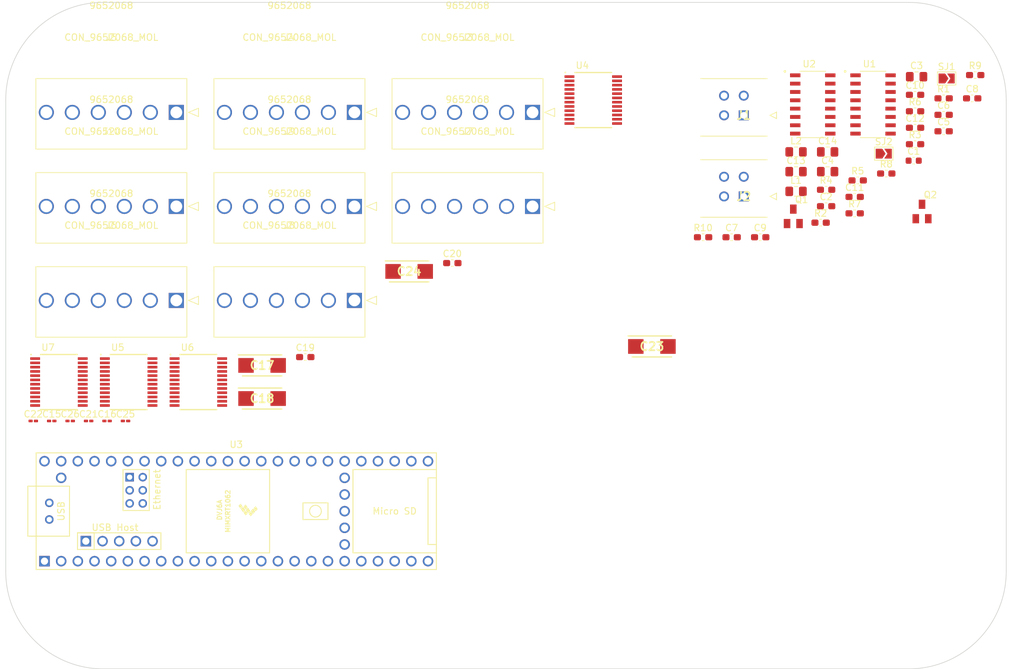
<source format=kicad_pcb>
(kicad_pcb (version 20211014) (generator pcbnew)
  (layers (0 "F.Cu" signal) (31 "B.Cu" signal) (34 "B.Paste" user) (35 "F.Paste" user) (36 "B.SilkS" user "B.Silkscreen") (37 "F.SilkS" user "F.Silkscreen") (38 "B.Mask" user) (39 "F.Mask" user) (44 "Edge.Cuts" user))
  (net 0 "")
  (net 1 "/LoadCells/AVDD")
  (net 2 "GND")
  (net 3 "Net-(C5-Pad1)")
  (net 4 "Net-(C5-Pad2)")
  (net 5 "Net-(C6-Pad2)")
  (net 6 "Net-(C7-Pad1)")
  (net 7 "Net-(C7-Pad2)")
  (net 8 "Net-(C8-Pad2)")
  (net 9 "+3.3V")
  (net 10 "+12V")
  (net 11 "/LoadCells/A-")
  (net 12 "/LoadCells/A+")
  (net 13 "/MotorDrivers/A02")
  (net 14 "/MotorDrivers/A01")
  (net 15 "M1_OUT2")
  (net 16 "M1_OUT1")
  (net 17 "/MotorDrivers/B02")
  (net 18 "/MotorDrivers/B01")
  (net 19 "M2_OUT2")
  (net 20 "M2_OUT1")
  (net 21 "M5_OUT2")
  (net 22 "M5_OUT1")
  (net 23 "M6_OUT2")
  (net 24 "M6_OUT1")
  (net 25 "M3_OUT2")
  (net 26 "M3_OUT1")
  (net 27 "M4_OUT2")
  (net 28 "M4_OUT1")
  (net 29 "M7_OUT2")
  (net 30 "M7_OUT1")
  (net 31 "M8_OUT2")
  (net 32 "M8_OUT1")
  (net 33 "Net-(L1-Pad2)")
  (net 34 "Net-(L2-Pad2)")
  (net 35 "Net-(R1-Pad1)")
  (net 36 "Net-(R5-Pad1)")
  (net 37 "Net-(R9-Pad1)")
  (net 38 "Net-(R10-Pad1)")
  (net 41 "L1_SCK")
  (net 42 "L1_DAT")
  (net 52 "M2_PWM")
  (net 53 "M2_CTL1")
  (net 54 "M2_CTL2")
  (net 55 "M1_CTL2")
  (net 56 "M1_CTL1")
  (net 57 "M1_PWM")
  (net 68 "Net-(Q1-PadB)")
  (net 69 "Net-(Q2-PadB)")
  (footprint "Capacitor_SMD:C_0805_2012Metric_Pad1.18x1.45mm_HandSolder" (layer "F.Cu") (at 209.267 56.572)
    (fp_text reference "C14" (at 0 -1.68) (layer "F.SilkS"))
    (fp_text value "10uF")
    (pad "1" smd roundrect (at -1.0375 0) (size 1.175 1.45) (layers "F.Cu" "F.Paste" "F.Mask") (roundrect_rratio 0.212766) (net 9 "+3.3V"))
    (pad "2" smd roundrect (at 1.0375 0) (size 1.175 1.45) (layers "F.Cu" "F.Paste" "F.Mask") (roundrect_rratio 0.212766) (net 2 "GND"))
  )
  (footprint "Capacitor_SMD:C_0603_1608Metric_Pad1.08x0.95mm_HandSolder" (layer "F.Cu") (at 222.587 47.872)
    (fp_text reference "C10" (at 0 -1.43) (layer "F.SilkS"))
    (fp_text value "0.1uF")
    (pad "1" smd roundrect (at -0.8625 0) (size 1.075 0.95) (layers "F.Cu" "F.Paste" "F.Mask") (net 9 "+3.3V"))
    (pad "2" smd roundrect (at 0.8625 0) (size 1.075 0.95) (layers "F.Cu" "F.Paste" "F.Mask") (net 2 "GND"))
  )
  (footprint "Capacitor_SMD:C_0603_1608Metric_Pad1.08x0.95mm_HandSolder" (layer "F.Cu") (at 231.287 48.412)
    (fp_text reference "C8" (at 0 -1.43) (layer "F.SilkS"))
    (fp_text value "0.1uF")
    (pad "1" smd roundrect (at -0.8625 0) (size 1.075 0.95) (layers "F.Cu" "F.Paste" "F.Mask") (net 2 "GND"))
    (pad "2" smd roundrect (at 0.8625 0) (size 1.075 0.95) (layers "F.Cu" "F.Paste" "F.Mask") (net 8 "Net-(C8-Pad2)"))
  )
  (footprint "Capacitor_SMD:C_0603_1608Metric_Pad1.08x0.95mm_HandSolder" (layer "F.Cu") (at 209.037 64.852)
    (fp_text reference "C2" (at 0 -1.43) (layer "F.SilkS"))
    (fp_text value "0.1uF")
    (pad "1" smd roundrect (at -0.8625 0) (size 1.075 0.95) (layers "F.Cu" "F.Paste" "F.Mask") (net 1 "/LoadCells/AVDD"))
    (pad "2" smd roundrect (at 0.8625 0) (size 1.075 0.95) (layers "F.Cu" "F.Paste" "F.Mask") (net 2 "GND"))
  )
  (footprint "Capacitor_SMD:C_0603_1608Metric_Pad1.08x0.95mm_HandSolder" (layer "F.Cu") (at 226.937 53.432)
    (fp_text reference "C5" (at 0 -1.43) (layer "F.SilkS"))
    (fp_text value "0.1uF")
    (pad "1" smd roundrect (at -0.8625 0) (size 1.075 0.95) (layers "F.Cu" "F.Paste" "F.Mask") (net 3 "Net-(C5-Pad1)"))
    (pad "2" smd roundrect (at 0.8625 0) (size 1.075 0.95) (layers "F.Cu" "F.Paste" "F.Mask") (net 4 "Net-(C5-Pad2)"))
  )
  (footprint "tapebot:CAPPM6032X280N" (layer "F.Cu") (at 123.122 94.172)
    (fp_text reference "C18" (at 0 0) (layer "F.SilkS") (effects (font (size 1.27 1.27) (thickness 0.254))))
    (fp_text value "10uF" hide)
    (pad "A" smd rect (at -2.45 0 90) (size 2.25 2.35) (layers "F.Cu" "F.Paste" "F.Mask") (net 10 "+12V"))
    (pad "C" smd rect (at 2.45 0 90) (size 2.25 2.35) (layers "F.Cu" "F.Paste" "F.Mask") (net 2 "GND"))
  )
  (footprint "tapebot:9652068" (layer "F.Cu") (at 164.316974 50.552)
    (fp_text reference "J3" (at -9.9 -11.43) (layer "F.SilkS"))
    (fp_text value "CON_9652068_MOL" (at -9.9 -11.43) (layer "F.SilkS"))
    (fp_text user "9652068" (at -9.9 -16.285001) (layer "F.SilkS"))
    (fp_text user "*" (at 0 0) (layer "F.SilkS"))
    (pad "1" thru_hole rect (at 0 0) (size 2.3 2.3) (drill 1.8) (layers *.Cu *.Mask) (net 2 "GND"))
    (pad "2" thru_hole circle (at -3.96 0) (size 2.3 2.3) (drill 1.8) (layers *.Cu *.Mask) (net 13 "/MotorDrivers/A02"))
    (pad "3" thru_hole circle (at -7.919999 0) (size 2.3 2.3) (drill 1.8) (layers *.Cu *.Mask) (net 14 "/MotorDrivers/A01"))
    (pad "4" thru_hole circle (at -11.879999 0) (size 2.3 2.3) (drill 1.8) (layers *.Cu *.Mask) (net 15 "M1_OUT2"))
    (pad "5" thru_hole circle (at -15.839999 0) (size 2.3 2.3) (drill 1.8) (layers *.Cu *.Mask) (net 16 "M1_OUT1"))
    (pad "6" thru_hole circle (at -19.799998 0) (size 2.3 2.3) (drill 1.8) (layers *.Cu *.Mask) (net 9 "+3.3V"))
  )
  (footprint "teensy:Teensy41" (layer "F.Cu") (at 119.187 111.342)
    (fp_text reference "U3" (at 0 -10.16) (layer "F.SilkS"))
    (fp_text value "Teensy4.1")
    (fp_text user "Micro SD" (at 24.13 0) (layer "F.SilkS"))
    (fp_text user "USB Host" (at -18.4658 2.4892) (layer "F.SilkS"))
    (fp_text user "DVJ6A" (at -2.54 -0.18 -90) (layer "F.SilkS") (effects (font (size 0.7 0.7))))
    (fp_text user "MIMXRT1062" (at -1.27 0 -90) (layer "F.SilkS") (effects (font (size 0.7 0.7))))
    (fp_text user "Ethernet" (at -12.065 -3.2766 90) (layer "F.SilkS"))
    (fp_text user "USB" (at -26.67 0 270) (layer "F.SilkS"))
    (pad "1" thru_hole rect (at -29.21 7.62) (size 1.6 1.6) (drill 1.1) (layers *.Cu *.Mask) (net 2 "GND"))
    (pad "2" thru_hole circle (at -26.67 7.62) (size 1.6 1.6) (drill 1.1) (layers *.Cu *.Mask) (net 53 "M2_CTL1"))
    (pad "3" thru_hole circle (at -24.13 7.62) (size 1.6 1.6) (drill 1.1) (layers *.Cu *.Mask) (net 15 "M1_OUT2"))
    (pad "4" thru_hole circle (at -21.59 7.62) (size 1.6 1.6) (drill 1.1) (layers *.Cu *.Mask) (net 16 "M1_OUT1"))
    (pad "5" thru_hole circle (at -19.05 7.62) (size 1.6 1.6) (drill 1.1) (layers *.Cu *.Mask) (net 54 "M2_CTL2"))
    (pad "6" thru_hole circle (at -16.51 7.62) (size 1.6 1.6) (drill 1.1) (layers *.Cu *.Mask) (net 55 "M1_CTL2"))
    (pad "7" thru_hole circle (at -13.97 7.62) (size 1.6 1.6) (drill 1.1) (layers *.Cu *.Mask) (net 56 "M1_CTL1"))
    (pad "8" thru_hole circle (at -11.43 7.62) (size 1.6 1.6) (drill 1.1) (layers *.Cu *.Mask) (net 57 "M1_PWM"))
    (pad "9" thru_hole circle (at -8.89 7.62) (size 1.6 1.6) (drill 1.1) (layers *.Cu *.Mask) (net 57 "M1_PWM"))
    (pad "10" thru_hole circle (at -6.35 7.62) (size 1.6 1.6) (drill 1.1) (layers *.Cu *.Mask) (net 55 "M1_CTL2"))
    (pad "11" thru_hole circle (at -3.81 7.62) (size 1.6 1.6) (drill 1.1) (layers *.Cu *.Mask) (net 56 "M1_CTL1"))
    (pad "12" thru_hole circle (at -1.27 7.62) (size 1.6 1.6) (drill 1.1) (layers *.Cu *.Mask) (net 52 "M2_PWM"))
    (pad "13" thru_hole circle (at 1.27 7.62) (size 1.6 1.6) (drill 1.1) (layers *.Cu *.Mask) (net 53 "M2_CTL1"))
    (pad "14" thru_hole circle (at 3.81 7.62) (size 1.6 1.6) (drill 1.1) (layers *.Cu *.Mask) (net 54 "M2_CTL2"))
    (pad "15" thru_hole circle (at 6.35 7.62) (size 1.6 1.6) (drill 1.1) (layers *.Cu *.Mask) (net 9 "+3.3V"))
    (pad "16" thru_hole circle (at 8.89 7.62) (size 1.6 1.6) (drill 1.1) (layers *.Cu *.Mask) (net 41 "L1_SCK"))
    (pad "17" thru_hole circle (at 11.43 7.62) (size 1.6 1.6) (drill 1.1) (layers *.Cu *.Mask) (net 21 "M5_OUT2"))
    (pad "18" thru_hole circle (at 13.97 7.62) (size 1.6 1.6) (drill 1.1) (layers *.Cu *.Mask) (net 22 "M5_OUT1"))
    (pad "19" thru_hole circle (at 16.51 7.62) (size 1.6 1.6) (drill 1.1) (layers *.Cu *.Mask) (net 55 "M1_CTL2"))
    (pad "20" thru_hole circle (at 19.05 7.62) (size 1.6 1.6) (drill 1.1) (layers *.Cu *.Mask) (net 56 "M1_CTL1"))
    (pad "21" thru_hole circle (at 21.59 7.62) (size 1.6 1.6) (drill 1.1) (layers *.Cu *.Mask) (net 57 "M1_PWM"))
    (pad "22" thru_hole circle (at 24.13 7.62) (size 1.6 1.6) (drill 1.1) (layers *.Cu *.Mask) (net 29 "M7_OUT2"))
    (pad "23" thru_hole circle (at 26.67 7.62) (size 1.6 1.6) (drill 1.1) (layers *.Cu *.Mask) (net 30 "M7_OUT1"))
    (pad "24" thru_hole circle (at 29.21 7.62) (size 1.6 1.6) (drill 1.1) (layers *.Cu *.Mask) (net 23 "M6_OUT2"))
    (pad "25" thru_hole circle (at 29.21 -7.62) (size 1.6 1.6) (drill 1.1) (layers *.Cu *.Mask) (net 24 "M6_OUT1"))
    (pad "26" thru_hole circle (at 26.67 -7.62) (size 1.6 1.6) (drill 1.1) (layers *.Cu *.Mask) (net 55 "M1_CTL2"))
    (pad "27" thru_hole circle (at 24.13 -7.62) (size 1.6 1.6) (drill 1.1) (layers *.Cu *.Mask) (net 56 "M1_CTL1"))
    (pad "28" thru_hole circle (at 21.59 -7.62) (size 1.6 1.6) (drill 1.1) (layers *.Cu *.Mask) (net 57 "M1_PWM"))
    (pad "29" thru_hole circle (at 19.05 -7.62) (size 1.6 1.6) (drill 1.1) (layers *.Cu *.Mask) (net 52 "M2_PWM"))
    (pad "30" thru_hole circle (at 16.51 -7.62) (size 1.6 1.6) (drill 1.1) (layers *.Cu *.Mask) (net 53 "M2_CTL1"))
    (pad "31" thru_hole circle (at 13.97 -7.62) (size 1.6 1.6) (drill 1.1) (layers *.Cu *.Mask) (net 54 "M2_CTL2"))
    (pad "32" thru_hole circle (at 11.43 -7.62) (size 1.6 1.6) (drill 1.1) (layers *.Cu *.Mask) (net 42 "L1_DAT"))
    (pad "33" thru_hole circle (at 8.89 -7.62) (size 1.6 1.6) (drill 1.1) (layers *.Cu *.Mask) (net 41 "L1_SCK"))
    (pad "34" thru_hole circle (at 6.35 -7.62) (size 1.6 1.6) (drill 1.1) (layers *.Cu *.Mask) (net 2 "GND"))
    (pad "35" thru_hole circle (at 3.81 -7.62) (size 1.6 1.6) (drill 1.1) (layers *.Cu *.Mask) (net 52 "M2_PWM"))
    (pad "36" thru_hole circle (at 1.27 -7.62) (size 1.6 1.6) (drill 1.1) (layers *.Cu *.Mask) (net 20 "M2_OUT1"))
    (pad "37" thru_hole circle (at -1.27 -7.62) (size 1.6 1.6) (drill 1.1) (layers *.Cu *.Mask) (net 19 "M2_OUT2"))
    (pad "38" thru_hole circle (at -3.81 -7.62) (size 1.6 1.6) (drill 1.1) (layers *.Cu *.Mask) (net 42 "L1_DAT"))
    (pad "39" thru_hole circle (at -6.35 -7.62) (size 1.6 1.6) (drill 1.1) (layers *.Cu *.Mask) (net 54 "M2_CTL2"))
    (pad "40" thru_hole circle (at -8.89 -7.62) (size 1.6 1.6) (drill 1.1) (layers *.Cu *.Mask) (net 53 "M2_CTL1"))
    (pad "41" thru_hole circle (at -11.43 -7.62) (size 1.6 1.6) (drill 1.1) (layers *.Cu *.Mask) (net 52 "M2_PWM"))
    (pad "42" thru_hole circle (at -13.97 -7.62) (size 1.6 1.6) (drill 1.1) (layers *.Cu *.Mask) (net 27 "M4_OUT2"))
    (pad "43" thru_hole circle (at -16.51 -7.62) (size 1.6 1.6) (drill 1.1) (layers *.Cu *.Mask) (net 28 "M4_OUT1"))
    (pad "44" thru_hole circle (at -19.05 -7.62) (size 1.6 1.6) (drill 1.1) (layers *.Cu *.Mask) (net 26 "M3_OUT1"))
    (pad "45" thru_hole circle (at -21.59 -7.62) (size 1.6 1.6) (drill 1.1) (layers *.Cu *.Mask) (net 25 "M3_OUT2"))
    (pad "46" thru_hole circle (at -24.13 -7.62) (size 1.6 1.6) (drill 1.1) (layers *.Cu *.Mask) (net 9 "+3.3V"))
    (pad "47" thru_hole circle (at -26.67 -7.62) (size 1.6 1.6) (drill 1.1) (layers *.Cu *.Mask) (net 2 "GND"))
    (pad "48" thru_hole circle (at -29.21 -7.62) (size 1.6 1.6) (drill 1.1) (layers *.Cu *.Mask))
    (pad "49" thru_hole circle (at -26.67 -5.08) (size 1.6 1.6) (drill 1.1) (layers *.Cu *.Mask))
    (pad "50" thru_hole circle (at 16.51 5.08) (size 1.6 1.6) (drill 1.1) (layers *.Cu *.Mask))
    (pad "51" thru_hole circle (at 16.51 2.54) (size 1.6 1.6) (drill 1.1) (layers *.Cu *.Mask) (net 9 "+3.3V"))
    (pad "52" thru_hole circle (at 16.51 0) (size 1.6 1.6) (drill 1.1) (layers *.Cu *.Mask) (net 2 "GND"))
    (pad "53" thru_hole circle (at 16.51 -2.54) (size 1.6 1.6) (drill 1.1) (layers *.Cu *.Mask))
    (pad "54" thru_hole circle (at 16.51 -5.08) (size 1.6 1.6) (drill 1.1) (layers *.Cu *.Mask))
    (pad "55" thru_hole rect (at -22.9108 4.5692) (size 1.6 1.6) (drill 1.1) (layers *.Cu *.Mask))
    (pad "56" thru_hole circle (at -20.3708 4.5692) (size 1.6 1.6) (drill 1.1) (layers *.Cu *.Mask))
    (pad "57" thru_hole circle (at -17.8308 4.5692) (size 1.6 1.6) (drill 1.1) (layers *.Cu *.Mask))
    (pad "58" thru_hole circle (at -15.2908 4.5692) (size 1.6 1.6) (drill 1.1) (layers *.Cu *.Mask) (net 2 "GND"))
    (pad "59" thru_hole circle (at -12.7508 4.5692) (size 1.6 1.6) (drill 1.1) (layers *.Cu *.Mask) (net 2 "GND"))
    (pad "60" thru_hole rect (at -16.24 -5.1816) (size 1.3 1.3) (drill 0.8) (layers *.Cu *.Mask))
    (pad "61" thru_hole circle (at -16.24 -3.1816) (size 1.3 1.3) (drill 0.8) (layers *.Cu *.Mask))
    (pad "62" thru_hole circle (at -16.24 -1.1816) (size 1.3 1.3) (drill 0.8) (layers *.Cu *.Mask))
    (pad "63" thru_hole circle (at -14.24 -1.1816) (size 1.3 1.3) (drill 0.8) (layers *.Cu *.Mask))
    (pad "64" thru_hole circle (at -14.24 -3.1816) (size 1.3 1.3) (drill 0.8) (layers *.Cu *.Mask) (net 2 "GND"))
    (pad "65" thru_hole circle (at -14.24 -5.1816) (size 1.3 1.3) (drill 0.8) (layers *.Cu *.Mask))
    (pad "66" thru_hole circle (at -28.48 -1.27) (size 1.3 1.3) (drill 0.8) (layers *.Cu *.Mask))
    (pad "67" thru_hole circle (at -28.48 1.27) (size 1.3 1.3) (drill 0.8) (layers *.Cu *.Mask))
  )
  (footprint "Capacitor_SMD:C_0603_1608Metric_Pad1.08x0.95mm_HandSolder" (layer "F.Cu") (at 213.387 63.432)
    (fp_text reference "C11" (at 0 -1.43) (layer "F.SilkS"))
    (fp_text value "0.1uF")
    (pad "1" smd roundrect (at -0.8625 0) (size 1.075 0.95) (layers "F.Cu" "F.Paste" "F.Mask") (net 9 "+3.3V"))
    (pad "2" smd roundrect (at 0.8625 0) (size 1.075 0.95) (layers "F.Cu" "F.Paste" "F.Mask") (net 2 "GND"))
  )
  (footprint "Capacitor_SMD:C_0201_0603Metric_Pad0.64x0.40mm_HandSolder" (layer "F.Cu") (at 93.887 97.592)
    (fp_text reference "C26" (at 0 -1.05) (layer "F.SilkS"))
    (fp_text value "0.1uF")
    (pad "1" smd roundrect (at -0.4075 0) (size 0.635 0.4) (layers "F.Cu" "F.Mask") (net 9 "+3.3V"))
    (pad "2" smd roundrect (at 0.4075 0) (size 0.635 0.4) (layers "F.Cu" "F.Mask") (net 2 "GND"))
  )
  (footprint "tapebot:9652068" (layer "F.Cu") (at 164.316974 64.882)
    (fp_text reference "J7" (at -9.9 -11.43) (layer "F.SilkS"))
    (fp_text value "CON_9652068_MOL" (at -9.9 -11.43) (layer "F.SilkS"))
    (fp_text user "9652068" (at -9.9 -16.285001) (layer "F.SilkS"))
    (fp_text user "*" (at 0 0) (layer "F.SilkS"))
    (pad "1" thru_hole rect (at 0 0) (size 2.3 2.3) (drill 1.8) (layers *.Cu *.Mask) (net 2 "GND"))
    (pad "2" thru_hole circle (at -3.96 0) (size 2.3 2.3) (drill 1.8) (layers *.Cu *.Mask) (net 13 "/MotorDrivers/A02"))
    (pad "3" thru_hole circle (at -7.919999 0) (size 2.3 2.3) (drill 1.8) (layers *.Cu *.Mask) (net 14 "/MotorDrivers/A01"))
    (pad "4" thru_hole circle (at -11.879999 0) (size 2.3 2.3) (drill 1.8) (layers *.Cu *.Mask) (net 25 "M3_OUT2"))
    (pad "5" thru_hole circle (at -15.839999 0) (size 2.3 2.3) (drill 1.8) (layers *.Cu *.Mask) (net 26 "M3_OUT1"))
    (pad "6" thru_hole circle (at -19.799998 0) (size 2.3 2.3) (drill 1.8) (layers *.Cu *.Mask) (net 9 "+3.3V"))
  )
  (footprint "Capacitor_SMD:C_0603_1608Metric_Pad1.08x0.95mm_HandSolder" (layer "F.Cu") (at 190.297 69.582)
    (fp_text reference "R10" (at 0 -1.43) (layer "F.SilkS"))
    (fp_text value "10K")
    (pad "1" smd roundrect (at -0.8625 0) (size 1.075 0.95) (layers "F.Cu" "F.Paste" "F.Mask") (net 38 "Net-(R10-Pad1)"))
    (pad "2" smd roundrect (at 0.8625 0) (size 1.075 0.95) (layers "F.Cu" "F.Paste" "F.Mask") (net 9 "+3.3V"))
  )
  (footprint "tapebot:SOP127P600X180-16N" (layer "F.Cu") (at 207.002 49.342)
    (fp_text reference "U2" (at -0.535 -6.172) (layer "F.SilkS"))
    (fp_text value "HX711HX711")
    (pad "1" smd roundrect (at -2.67 -4.445) (size 1.58 0.59) (layers "F.Cu" "F.Paste" "F.Mask") (roundrect_rratio 0.07) (net 9 "+3.3V"))
    (pad "2" smd roundrect (at -2.67 -3.175) (size 1.58 0.59) (layers "F.Cu" "F.Paste" "F.Mask") (roundrect_rratio 0.07) (net 69 "Net-(Q2-PadB)"))
    (pad "3" smd roundrect (at -2.67 -1.905) (size 1.58 0.59) (layers "F.Cu" "F.Paste" "F.Mask") (roundrect_rratio 0.07) (net 34 "Net-(L2-Pad2)"))
    (pad "4" smd roundrect (at -2.67 -0.635) (size 1.58 0.59) (layers "F.Cu" "F.Paste" "F.Mask") (roundrect_rratio 0.07) (net 36 "Net-(R5-Pad1)"))
    (pad "5" smd roundrect (at -2.67 0.635) (size 1.58 0.59) (layers "F.Cu" "F.Paste" "F.Mask") (roundrect_rratio 0.07) (net 2 "GND"))
    (pad "6" smd roundrect (at -2.67 1.905) (size 1.58 0.59) (layers "F.Cu" "F.Paste" "F.Mask") (roundrect_rratio 0.07) (net 8 "Net-(C8-Pad2)"))
    (pad "7" smd roundrect (at -2.67 3.175) (size 1.58 0.59) (layers "F.Cu" "F.Paste" "F.Mask") (roundrect_rratio 0.07) (net 6 "Net-(C7-Pad1)"))
    (pad "8" smd roundrect (at -2.67 4.445) (size 1.58 0.59) (layers "F.Cu" "F.Paste" "F.Mask") (roundrect_rratio 0.07) (net 7 "Net-(C7-Pad2)"))
    (pad "9" smd roundrect (at 2.67 4.445) (size 1.58 0.59) (layers "F.Cu" "F.Paste" "F.Mask") (roundrect_rratio 0.07))
    (pad "10" smd roundrect (at 2.67 3.175) (size 1.58 0.59) (layers "F.Cu" "F.Paste" "F.Mask") (roundrect_rratio 0.07))
    (pad "11" smd roundrect (at 2.67 1.905) (size 1.58 0.59) (layers "F.Cu" "F.Paste" "F.Mask") (roundrect_rratio 0.07) (net 41 "L1_SCK"))
    (pad "12" smd roundrect (at 2.67 0.635) (size 1.58 0.59) (layers "F.Cu" "F.Paste" "F.Mask") (roundrect_rratio 0.07) (net 42 "L1_DAT"))
    (pad "13" smd roundrect (at 2.67 -0.635) (size 1.58 0.59) (layers "F.Cu" "F.Paste" "F.Mask") (roundrect_rratio 0.07))
    (pad "14" smd roundrect (at 2.67 -1.905) (size 1.58 0.59) (layers "F.Cu" "F.Paste" "F.Mask") (roundrect_rratio 0.07) (net 2 "GND"))
    (pad "15" smd roundrect (at 2.67 -3.175) (size 1.58 0.59) (layers "F.Cu" "F.Paste" "F.Mask") (roundrect_rratio 0.07) (net 38 "Net-(R10-Pad1)"))
    (pad "16" smd roundrect (at 2.67 -4.445) (size 1.58 0.59) (layers "F.Cu" "F.Paste" "F.Mask") (roundrect_rratio 0.07) (net 9 "+3.3V"))
  )
  (footprint "tapebot:9652068" (layer "F.Cu") (at 137.186974 50.552)
    (fp_text reference "J4" (at -9.9 -11.43) (layer "F.SilkS"))
    (fp_text value "CON_9652068_MOL" (at -9.9 -11.43) (layer "F.SilkS"))
    (fp_text user "*" (at 0 0) (layer "F.SilkS"))
    (fp_text user "9652068" (at -9.9 -16.285001) (layer "F.SilkS"))
    (pad "1" thru_hole rect (at 0 0) (size 2.3 2.3) (drill 1.8) (layers *.Cu *.Mask) (net 2 "GND"))
    (pad "2" thru_hole circle (at -3.96 0) (size 2.3 2.3) (drill 1.8) (layers *.Cu *.Mask) (net 17 "/MotorDrivers/B02"))
    (pad "3" thru_hole circle (at -7.919999 0) (size 2.3 2.3) (drill 1.8) (layers *.Cu *.Mask) (net 18 "/MotorDrivers/B01"))
    (pad "4" thru_hole circle (at -11.879999 0) (size 2.3 2.3) (drill 1.8) (layers *.Cu *.Mask) (net 19 "M2_OUT2"))
    (pad "5" thru_hole circle (at -15.839999 0) (size 2.3 2.3) (drill 1.8) (layers *.Cu *.Mask) (net 20 "M2_OUT1"))
    (pad "6" thru_hole circle (at -19.799998 0) (size 2.3 2.3) (drill 1.8) (layers *.Cu *.Mask) (net 9 "+3.3V"))
  )
  (footprint "tapebot:9652068" (layer "F.Cu") (at 110.056974 79.212)
    (fp_text reference "J6" (at -9.9 -11.43) (layer "F.SilkS"))
    (fp_text value "CON_9652068_MOL" (at -9.9 -11.43) (layer "F.SilkS"))
    (fp_text user "*" (at 0 0) (layer "F.SilkS"))
    (fp_text user "9652068" (at -9.9 -16.285001) (layer "F.SilkS"))
    (pad "1" thru_hole rect (at 0 0) (size 2.3 2.3) (drill 1.8) (layers *.Cu *.Mask) (net 2 "GND"))
    (pad "2" thru_hole circle (at -3.96 0) (size 2.3 2.3) (drill 1.8) (layers *.Cu *.Mask) (net 17 "/MotorDrivers/B02"))
    (pad "3" thru_hole circle (at -7.919999 0) (size 2.3 2.3) (drill 1.8) (layers *.Cu *.Mask) (net 18 "/MotorDrivers/B01"))
    (pad "4" thru_hole circle (at -11.879999 0) (size 2.3 2.3) (drill 1.8) (layers *.Cu *.Mask) (net 23 "M6_OUT2"))
    (pad "5" thru_hole circle (at -15.839999 0) (size 2.3 2.3) (drill 1.8) (layers *.Cu *.Mask) (net 24 "M6_OUT1"))
    (pad "6" thru_hole circle (at -19.799998 0) (size 2.3 2.3) (drill 1.8) (layers *.Cu *.Mask) (net 9 "+3.3V"))
  )
  (footprint "Capacitor_SMD:C_0805_2012Metric_Pad1.18x1.45mm_HandSolder" (layer "F.Cu") (at 222.817 45.112)
    (fp_text reference "C3" (at 0 -1.68) (layer "F.SilkS"))
    (fp_text value "10uF")
    (pad "1" smd roundrect (at -1.0375 0) (size 1.175 1.45) (layers "F.Cu" "F.Paste" "F.Mask") (roundrect_rratio 0.212766) (net 1 "/LoadCells/AVDD"))
    (pad "2" smd roundrect (at 1.0375 0) (size 1.175 1.45) (layers "F.Cu" "F.Paste" "F.Mask") (roundrect_rratio 0.212766) (net 2 "GND"))
  )
  (footprint "tapebot:9652068" (layer "F.Cu") (at 110.056974 64.882)
    (fp_text reference "J10" (at -9.9 -11.43) (layer "F.SilkS"))
    (fp_text value "CON_9652068_MOL" (at -9.9 -11.43) (layer "F.SilkS"))
    (fp_text user "*" (at 0 0) (layer "F.SilkS"))
    (fp_text user "9652068" (at -9.9 -16.285001) (layer "F.SilkS"))
    (pad "1" thru_hole rect (at 0 0) (size 2.3 2.3) (drill 1.8) (layers *.Cu *.Mask) (net 2 "GND"))
    (pad "2" thru_hole circle (at -3.96 0) (size 2.3 2.3) (drill 1.8) (layers *.Cu *.Mask) (net 17 "/MotorDrivers/B02"))
    (pad "3" thru_hole circle (at -7.919999 0) (size 2.3 2.3) (drill 1.8) (layers *.Cu *.Mask) (net 18 "/MotorDrivers/B01"))
    (pad "4" thru_hole circle (at -11.879999 0) (size 2.3 2.3) (drill 1.8) (layers *.Cu *.Mask) (net 31 "M8_OUT2"))
    (pad "5" thru_hole circle (at -15.839999 0) (size 2.3 2.3) (drill 1.8) (layers *.Cu *.Mask) (net 32 "M8_OUT1"))
    (pad "6" thru_hole circle (at -19.799998 0) (size 2.3 2.3) (drill 1.8) (layers *.Cu *.Mask) (net 9 "+3.3V"))
  )
  (footprint "Capacitor_SMD:C_0603_1608Metric_Pad1.08x0.95mm_HandSolder" (layer "F.Cu") (at 213.847 60.922)
    (fp_text reference "R5" (at 0 -1.43) (layer "F.SilkS"))
    (fp_text value "20k")
    (pad "1" smd roundrect (at -0.8625 0) (size 1.075 0.95) (layers "F.Cu" "F.Paste" "F.Mask") (net 36 "Net-(R5-Pad1)"))
    (pad "2" smd roundrect (at 0.8625 0) (size 1.075 0.95) (layers "F.Cu" "F.Paste" "F.Mask") (net 34 "Net-(L2-Pad2)"))
  )
  (footprint "Capacitor_SMD:C_0201_0603Metric_Pad0.64x0.40mm_HandSolder" (layer "F.Cu") (at 96.697 97.592)
    (fp_text reference "C21" (at 0 -1.05) (layer "F.SilkS"))
    (fp_text value "0.1uF")
    (pad "1" smd roundrect (at -0.4075 0) (size 0.635 0.4) (layers "F.Cu" "F.Mask") (net 10 "+12V"))
    (pad "2" smd roundrect (at 0.4075 0) (size 0.635 0.4) (layers "F.Cu" "F.Mask") (net 2 "GND"))
  )
  (footprint "Capacitor_SMD:C_0603_1608Metric_Pad1.08x0.95mm_HandSolder" (layer "F.Cu") (at 222.587 50.382)
    (fp_text reference "R6" (at 0 -1.43) (layer "F.SilkS"))
    (fp_text value "8.2K")
    (pad "1" smd roundrect (at -0.8625 0) (size 1.075 0.95) (layers "F.Cu" "F.Paste" "F.Mask") (net 2 "GND"))
    (pad "2" smd roundrect (at 0.8625 0) (size 1.075 0.95) (layers "F.Cu" "F.Paste" "F.Mask") (net 36 "Net-(R5-Pad1)"))
  )
  (footprint "Capacitor_SMD:C_0603_1608Metric_Pad1.08x0.95mm_HandSolder" (layer "F.Cu") (at 198.997 69.582)
    (fp_text reference "C9" (at 0 -1.43) (layer "F.SilkS"))
    (fp_text value "0.1uF")
    (pad "1" smd roundrect (at -0.8625 0) (size 1.075 0.95) (layers "F.Cu" "F.Paste" "F.Mask") (net 9 "+3.3V"))
    (pad "2" smd roundrect (at 0.8625 0) (size 1.075 0.95) (layers "F.Cu" "F.Paste" "F.Mask") (net 2 "GND"))
  )
  (footprint "Capacitor_SMD:C_0201_0603Metric_Pad0.64x0.40mm_HandSolder" (layer "F.Cu") (at 88.267 97.592)
    (fp_text reference "C22" (at 0 -1.05) (layer "F.SilkS"))
    (fp_text value "0.1uF")
    (pad "1" smd roundrect (at -0.4075 0) (size 0.635 0.4) (layers "F.Cu" "F.Mask") (net 10 "+12V"))
    (pad "2" smd roundrect (at 0.4075 0) (size 0.635 0.4) (layers "F.Cu" "F.Mask") (net 2 "GND"))
  )
  (footprint "Capacitor_SMD:C_0805_2012Metric_Pad1.18x1.45mm_HandSolder" (layer "F.Cu") (at 204.457 59.582)
    (fp_text reference "C13" (at 0 -1.68) (layer "F.SilkS"))
    (fp_text value "10uF")
    (pad "1" smd roundrect (at -1.0375 0) (size 1.175 1.45) (layers "F.Cu" "F.Paste" "F.Mask") (roundrect_rratio 0.212766) (net 9 "+3.3V"))
    (pad "2" smd roundrect (at 1.0375 0) (size 1.175 1.45) (layers "F.Cu" "F.Paste" "F.Mask") (roundrect_rratio 0.212766) (net 2 "GND"))
  )
  (footprint "Capacitor_SMD:C_0603_1608Metric_Pad1.08x0.95mm_HandSolder" (layer "F.Cu") (at 222.587 52.892)
    (fp_text reference "C12" (at 0 -1.43) (layer "F.SilkS"))
    (fp_text value "0.1uF")
    (pad "1" smd roundrect (at -0.8625 0) (size 1.075 0.95) (layers "F.Cu" "F.Paste" "F.Mask") (net 9 "+3.3V"))
    (pad "2" smd roundrect (at 0.8625 0) (size 1.075 0.95) (layers "F.Cu" "F.Paste" "F.Mask") (net 2 "GND"))
  )
  (footprint "tapebot:9652068" (layer "F.Cu") (at 137.186974 64.882)
    (fp_text reference "J9" (at -9.9 -11.43) (layer "F.SilkS"))
    (fp_text value "CON_9652068_MOL" (at -9.9 -11.43) (layer "F.SilkS"))
    (fp_text user "*" (at 0 0) (layer "F.SilkS"))
    (fp_text user "9652068" (at -9.9 -16.285001) (layer "F.SilkS"))
    (pad "1" thru_hole rect (at 0 0) (size 2.3 2.3) (drill 1.8) (layers *.Cu *.Mask) (net 2 "GND"))
    (pad "2" thru_hole circle (at -3.96 0) (size 2.3 2.3) (drill 1.8) (layers *.Cu *.Mask) (net 13 "/MotorDrivers/A02"))
    (pad "3" thru_hole circle (at -7.919999 0) (size 2.3 2.3) (drill 1.8) (layers *.Cu *.Mask) (net 14 "/MotorDrivers/A01"))
    (pad "4" thru_hole circle (at -11.879999 0) (size 2.3 2.3) (drill 1.8) (layers *.Cu *.Mask) (net 29 "M7_OUT2"))
    (pad "5" thru_hole circle (at -15.839999 0) (size 2.3 2.3) (drill 1.8) (layers *.Cu *.Mask) (net 30 "M7_OUT1"))
    (pad "6" thru_hole circle (at -19.799998 0) (size 2.3 2.3) (drill 1.8) (layers *.Cu *.Mask) (net 9 "+3.3V"))
  )
  (footprint "Capacitor_SMD:C_0805_2012Metric_Pad1.18x1.45mm_HandSolder" (layer "F.Cu") (at 209.267 59.582)
    (fp_text reference "C4" (at 0 -1.68) (layer "F.SilkS"))
    (fp_text value "10uF")
    (pad "1" smd roundrect (at -1.0375 0) (size 1.175 1.45) (layers "F.Cu" "F.Paste" "F.Mask") (roundrect_rratio 0.212766) (net 1 "/LoadCells/AVDD"))
    (pad "2" smd roundrect (at 1.0375 0) (size 1.175 1.45) (layers "F.Cu" "F.Paste" "F.Mask") (roundrect_rratio 0.212766) (net 2 "GND"))
  )
  (footprint "Capacitor_SMD:C_0603_1608Metric_Pad1.08x0.95mm_HandSolder" (layer "F.Cu") (at 129.697 87.852)
    (fp_text reference "C19" (at 0 -1.43) (layer "F.SilkS"))
    (fp_text value "0.1uF")
    (pad "1" smd roundrect (at -0.8625 0) (size 1.075 0.95) (layers "F.Cu" "F.Paste" "F.Mask") (net 9 "+3.3V"))
    (pad "2" smd roundrect (at 0.8625 0) (size 1.075 0.95) (layers "F.Cu" "F.Paste" "F.Mask") (net 2 "GND"))
  )
  (footprint "tapebot:43045-04YY_121314" (layer "F.Cu") (at 196.492 63.362)
    (fp_text reference "J2" (at 0 0) (layer "F.SilkS") (effects (font (size 1.27 1.27) (thickness 0.254))))
    (fp_text value "43045-0412" hide)
    (pad "" np_thru_hole circle (at -6 -3.94) (size 1.02 1.02) (drill 1.02) (layers *.Cu *.Mask))
    (pad "" np_thru_hole circle (at 3 -3.94) (size 1.02 1.02) (drill 1.02) (layers *.Cu *.Mask))
    (pad "1" thru_hole rect (at 0 0) (size 1.52 1.52) (drill 1.02) (layers *.Cu *.Mask) (net 1 "/LoadCells/AVDD"))
    (pad "2" thru_hole circle (at -3 0) (size 1.52 1.52) (drill 1.02) (layers *.Cu *.Mask) (net 11 "/LoadCells/A-"))
    (pad "3" thru_hole circle (at 0 -3) (size 1.52 1.52) (drill 1.02) (layers *.Cu *.Mask) (net 2 "GND"))
    (pad "4" thru_hole circle (at -3 -3) (size 1.52 1.52) (drill 1.02) (layers *.Cu *.Mask) (net 12 "/LoadCells/A+"))
  )
  (footprint "tapebot:SOP65P760X160-24N" (layer "F.Cu") (at 92.1755 91.6605)
    (fp_text reference "U7" (at -1.657975 -5.270745) (layer "F.SilkS") (effects (font (size 1.00185 1.00185))))
    (fp_text value "TB6612FNG")
    (pad "1" smd rect (at -3.625 -3.575 270) (size 0.4 1.5) (layers "F.Cu" "F.Paste" "F.Mask") (net 14 "/MotorDrivers/A01"))
    (pad "2" smd rect (at -3.625 -2.925 270) (size 0.4 1.5) (layers "F.Cu" "F.Paste" "F.Mask") (net 14 "/MotorDrivers/A01"))
    (pad "3" smd rect (at -3.625 -2.275 270) (size 0.4 1.5) (layers "F.Cu" "F.Paste" "F.Mask") (net 2 "GND"))
    (pad "4" smd rect (at -3.625 -1.625 270) (size 0.4 1.5) (layers "F.Cu" "F.Paste" "F.Mask") (net 2 "GND"))
    (pad "5" smd rect (at -3.625 -0.975 270) (size 0.4 1.5) (layers "F.Cu" "F.Paste" "F.Mask") (net 13 "/MotorDrivers/A02"))
    (pad "6" smd rect (at -3.625 -0.325 270) (size 0.4 1.5) (layers "F.Cu" "F.Paste" "F.Mask") (net 13 "/MotorDrivers/A02"))
    (pad "7" smd rect (at -3.625 0.325 270) (size 0.4 1.5) (layers "F.Cu" "F.Paste" "F.Mask") (net 17 "/MotorDrivers/B02"))
    (pad "8" smd rect (at -3.625 0.975 270) (size 0.4 1.5) (layers "F.Cu" "F.Paste" "F.Mask") (net 17 "/MotorDrivers/B02"))
    (pad "9" smd rect (at -3.625 1.625 270) (size 0.4 1.5) (layers "F.Cu" "F.Paste" "F.Mask") (net 2 "GND"))
    (pad "10" smd rect (at -3.625 2.275 270) (size 0.4 1.5) (layers "F.Cu" "F.Paste" "F.Mask") (net 2 "GND"))
    (pad "11" smd rect (at -3.625 2.925 270) (size 0.4 1.5) (layers "F.Cu" "F.Paste" "F.Mask") (net 18 "/MotorDrivers/B01"))
    (pad "12" smd rect (at -3.625 3.575 270) (size 0.4 1.5) (layers "F.Cu" "F.Paste" "F.Mask") (net 18 "/MotorDrivers/B01"))
    (pad "13" smd rect (at 3.625 3.575 270) (size 0.4 1.5) (layers "F.Cu" "F.Paste" "F.Mask") (net 10 "+12V"))
    (pad "14" smd rect (at 3.625 2.925 270) (size 0.4 1.5) (layers "F.Cu" "F.Paste" "F.Mask") (net 10 "+12V"))
    (pad "15" smd rect (at 3.625 2.275 270) (size 0.4 1.5) (layers "F.Cu" "F.Paste" "F.Mask") (net 52 "M2_PWM"))
    (pad "16" smd rect (at 3.625 1.625 270) (size 0.4 1.5) (layers "F.Cu" "F.Paste" "F.Mask") (net 54 "M2_CTL2"))
    (pad "17" smd rect (at 3.625 0.975 270) (size 0.4 1.5) (layers "F.Cu" "F.Paste" "F.Mask") (net 53 "M2_CTL1"))
    (pad "18" smd rect (at 3.625 0.325 270) (size 0.4 1.5) (layers "F.Cu" "F.Paste" "F.Mask") (net 2 "GND"))
    (pad "19" smd rect (at 3.625 -0.325 270) (size 0.4 1.5) (layers "F.Cu" "F.Paste" "F.Mask") (net 9 "+3.3V"))
    (pad "20" smd rect (at 3.625 -0.975 270) (size 0.4 1.5) (layers "F.Cu" "F.Paste" "F.Mask") (net 9 "+3.3V"))
    (pad "21" smd rect (at 3.625 -1.625 270) (size 0.4 1.5) (layers "F.Cu" "F.Paste" "F.Mask") (net 56 "M1_CTL1"))
    (pad "22" smd rect (at 3.625 -2.275 270) (size 0.4 1.5) (layers "F.Cu" "F.Paste" "F.Mask") (net 55 "M1_CTL2"))
    (pad "23" smd rect (at 3.625 -2.925 270) (size 0.4 1.5) (layers "F.Cu" "F.Paste" "F.Mask") (net 57 "M1_PWM"))
    (pad "24" smd rect (at 3.625 -3.575 270) (size 0.4 1.5) (layers "F.Cu" "F.Paste" "F.Mask") (net 10 "+12V"))
  )
  (footprint "tapebot:SOT23-BEC" (layer "F.Cu") (at 223.647 65.659)
    (fp_text reference "Q2" (at 1.271305 -2.542625) (layer "F.SilkS") (effects (font (size 1.001031 1.001031))))
    (fp_text value "MMBT4403")
    (pad "B" smd rect (at -0.95 1.1) (size 1 1.4) (layers "F.Cu" "F.Paste" "F.Mask") (net 69 "Net-(Q2-PadB)"))
    (pad "C" smd rect (at 0 -1.1) (size 1 1.4) (layers "F.Cu" "F.Paste" "F.Mask") (net 34 "Net-(L2-Pad2)"))
    (pad "E" smd rect (at 0.95 1.1) (size 1 1.4) (layers "F.Cu" "F.Paste" "F.Mask") (net 9 "+3.3V"))
  )
  (footprint "tapebot:43045-04YY_121314" (layer "F.Cu") (at 196.492 51.002)
    (fp_text reference "J1" (at 0 0) (layer "F.SilkS") (effects (font (size 1.27 1.27) (thickness 0.254))))
    (fp_text value "43045-0412" hide)
    (pad "" np_thru_hole circle (at -6 -3.94) (size 1.02 1.02) (drill 1.02) (layers *.Cu *.Mask))
    (pad "" np_thru_hole circle (at 3 -3.94) (size 1.02 1.02) (drill 1.02) (layers *.Cu *.Mask))
    (pad "1" thru_hole rect (at 0 0) (size 1.52 1.52) (drill 1.02) (layers *.Cu *.Mask) (net 1 "/LoadCells/AVDD"))
    (pad "2" thru_hole circle (at -3 0) (size 1.52 1.52) (drill 1.02) (layers *.Cu *.Mask) (net 11 "/LoadCells/A-"))
    (pad "3" thru_hole circle (at 0 -3) (size 1.52 1.52) (drill 1.02) (layers *.Cu *.Mask) (net 2 "GND"))
    (pad "4" thru_hole circle (at -3 -3) (size 1.52 1.52) (drill 1.02) (layers *.Cu *.Mask) (net 12 "/LoadCells/A+"))
  )
  (footprint "Capacitor_SMD:C_0603_1608Metric_Pad1.08x0.95mm_HandSolder" (layer "F.Cu") (at 194.647 69.582)
    (fp_text reference "C7" (at 0 -1.43) (layer "F.SilkS"))
    (fp_text value "0.1uF")
    (pad "1" smd roundrect (at -0.8625 0) (size 1.075 0.95) (layers "F.Cu" "F.Paste" "F.Mask") (net 6 "Net-(C7-Pad1)"))
    (pad "2" smd roundrect (at 0.8625 0) (size 1.075 0.95) (layers "F.Cu" "F.Paste" "F.Mask") (net 7 "Net-(C7-Pad2)"))
  )
  (footprint "Capacitor_SMD:C_0603_1608Metric_Pad1.08x0.95mm_HandSolder" (layer "F.Cu") (at 231.747 44.862)
    (fp_text reference "R9" (at 0 -1.43) (layer "F.SilkS"))
    (fp_text value "10K")
    (pad "1" smd roundrect (at -0.8625 0) (size 1.075 0.95) (layers "F.Cu" "F.Paste" "F.Mask") (net 37 "Net-(R9-Pad1)"))
    (pad "2" smd roundrect (at 0.8625 0) (size 1.075 0.95) (layers "F.Cu" "F.Paste" "F.Mask") (net 9 "+3.3V"))
  )
  (footprint "tapebot:SOP127P600X180-16N" (layer "F.Cu") (at 216.182 49.342)
    (fp_text reference "U1" (at -0.535 -6.172) (layer "F.SilkS"))
    (fp_text value "HX711HX711")
    (pad "1" smd roundrect (at -2.67 -4.445) (size 1.58 0.59) (layers "F.Cu" "F.Paste" "F.Mask") (roundrect_rratio 0.07) (net 9 "+3.3V"))
    (pad "2" smd roundrect (at -2.67 -3.175) (size 1.58 0.59) (layers "F.Cu" "F.Paste" "F.Mask") (roundrect_rratio 0.07) (net 68 "Net-(Q1-PadB)"))
    (pad "3" smd roundrect (at -2.67 -1.905) (size 1.58 0.59) (layers "F.Cu" "F.Paste" "F.Mask") (roundrect_rratio 0.07) (net 33 "Net-(L1-Pad2)"))
    (pad "4" smd roundrect (at -2.67 -0.635) (size 1.58 0.59) (layers "F.Cu" "F.Paste" "F.Mask") (roundrect_rratio 0.07) (net 35 "Net-(R1-Pad1)"))
    (pad "5" smd roundrect (at -2.67 0.635) (size 1.58 0.59) (layers "F.Cu" "F.Paste" "F.Mask") (roundrect_rratio 0.07) (net 2 "GND"))
    (pad "6" smd roundrect (at -2.67 1.905) (size 1.58 0.59) (layers "F.Cu" "F.Paste" "F.Mask") (roundrect_rratio 0.07) (net 5 "Net-(C6-Pad2)"))
    (pad "7" smd roundrect (at -2.67 3.175) (size 1.58 0.59) (layers "F.Cu" "F.Paste" "F.Mask") (roundrect_rratio 0.07) (net 3 "Net-(C5-Pad1)"))
    (pad "8" smd roundrect (at -2.67 4.445) (size 1.58 0.59) (layers "F.Cu" "F.Paste" "F.Mask") (roundrect_rratio 0.07) (net 4 "Net-(C5-Pad2)"))
    (pad "9" smd roundrect (at 2.67 4.445) (size 1.58 0.59) (layers "F.Cu" "F.Paste" "F.Mask") (roundrect_rratio 0.07))
    (pad "10" smd roundrect (at 2.67 3.175) (size 1.58 0.59) (layers "F.Cu" "F.Paste" "F.Mask") (roundrect_rratio 0.07))
    (pad "11" smd roundrect (at 2.67 1.905) (size 1.58 0.59) (layers "F.Cu" "F.Paste" "F.Mask") (roundrect_rratio 0.07) (net 41 "L1_SCK"))
    (pad "12" smd roundrect (at 2.67 0.635) (size 1.58 0.59) (layers "F.Cu" "F.Paste" "F.Mask") (roundrect_rratio 0.07) (net 42 "L1_DAT"))
    (pad "13" smd roundrect (at 2.67 -0.635) (size 1.58 0.59) (layers "F.Cu" "F.Paste" "F.Mask") (roundrect_rratio 0.07))
    (pad "14" smd roundrect (at 2.67 -1.905) (size 1.58 0.59) (layers "F.Cu" "F.Paste" "F.Mask") (roundrect_rratio 0.07) (net 2 "GND"))
    (pad "15" smd roundrect (at 2.67 -3.175) (size 1.58 0.59) (layers "F.Cu" "F.Paste" "F.Mask") (roundrect_rratio 0.07) (net 37 "Net-(R9-Pad1)"))
    (pad "16" smd roundrect (at 2.67 -4.445) (size 1.58 0.59) (layers "F.Cu" "F.Paste" "F.Mask") (roundrect_rratio 0.07) (net 9 "+3.3V"))
  )
  (footprint "Capacitor_SMD:C_0603_1608Metric_Pad1.08x0.95mm_HandSolder" (layer "F.Cu") (at 226.937 50.922)
    (fp_text reference "C6" (at 0 -1.43) (layer "F.SilkS"))
    (fp_text value "0.1uF")
    (pad "1" smd roundrect (at -0.8625 0) (size 1.075 0.95) (layers "F.Cu" "F.Paste" "F.Mask") (net 2 "GND"))
    (pad "2" smd roundrect (at 0.8625 0) (size 1.075 0.95) (layers "F.Cu" "F.Paste" "F.Mask") (net 5 "Net-(C6-Pad2)"))
  )
  (footprint "tapebot:SOT23-BEC" (layer "F.Cu") (at 204.0379 66.397)
    (fp_text reference "Q1" (at 1.271305 -2.542625) (layer "F.SilkS") (effects (font (size 1.001031 1.001031))))
    (fp_text value "MMBT4403")
    (pad "B" smd rect (at -0.95 1.1) (size 1 1.4) (layers "F.Cu" "F.Paste" "F.Mask") (net 68 "Net-(Q1-PadB)"))
    (pad "C" smd rect (at 0 -1.1) (size 1 1.4) (layers "F.Cu" "F.Paste" "F.Mask") (net 33 "Net-(L1-Pad2)"))
    (pad "E" smd rect (at 0.95 1.1) (size 1 1.4) (layers "F.Cu" "F.Paste" "F.Mask") (net 9 "+3.3V"))
  )
  (footprint "Jumper:SolderJumper-2_P1.3mm_Open_TrianglePad1.0x1.5mm" (layer "F.Cu") (at 227.397 45.382)
    (fp_text reference "SJ1" (at 0 -1.8) (layer "F.SilkS"))
    (fp_text value "JUMPER-PAD-2-NC_BY_TRACE")
    (pad "1" smd custom (at -0.725 0) (size 0.3 0.3) (layers "F.Cu" "F.Mask") (net 2 "GND") (options (clearance outline) (anchor rect)) (primitives (gr_poly (pts (xy 1 0) (xy 0.5 0.75) (xy -0.5 0.75) (xy -0.5 -0.75) (xy 0.5 -0.75)) (width 0) (fill yes))))
    (pad "2" smd custom (at 0.725 0) (size 0.3 0.3) (layers "F.Cu" "F.Mask") (net 37 "Net-(R9-Pad1)") (options (clearance outline) (anchor rect)) (primitives (gr_poly (pts (xy 0.5 0.75) (xy -0.65 0.75) (xy -0.15 0) (xy -0.65 -0.75) (xy 0.5 -0.75)) (width 0) (fill yes))))
  )
  (footprint "tapebot:SOP65P760X160-24N" (layer "F.Cu") (at 113.4155 91.6605)
    (fp_text reference "U6" (at -1.657975 -5.270745) (layer "F.SilkS") (effects (font (size 1.00185 1.00185))))
    (fp_text value "TB6612FNG")
    (pad "1" smd rect (at -3.625 -3.575 270) (size 0.4 1.5) (layers "F.Cu" "F.Paste" "F.Mask") (net 14 "/MotorDrivers/A01"))
    (pad "2" smd rect (at -3.625 -2.925 270) (size 0.4 1.5) (layers "F.Cu" "F.Paste" "F.Mask") (net 14 "/MotorDrivers/A01"))
    (pad "3" smd rect (at -3.625 -2.275 270) (size 0.4 1.5) (layers "F.Cu" "F.Paste" "F.Mask") (net 2 "GND"))
    (pad "4" smd rect (at -3.625 -1.625 270) (size 0.4 1.5) (layers "F.Cu" "F.Paste" "F.Mask") (net 2 "GND"))
    (pad "5" smd rect (at -3.625 -0.975 270) (size 0.4 1.5) (layers "F.Cu" "F.Paste" "F.Mask") (net 13 "/MotorDrivers/A02"))
    (pad "6" smd rect (at -3.625 -0.325 270) (size 0.4 1.5) (layers "F.Cu" "F.Paste" "F.Mask") (net 13 "/MotorDrivers/A02"))
    (pad "7" smd rect (at -3.625 0.325 270) (size 0.4 1.5) (layers "F.Cu" "F.Paste" "F.Mask") (net 17 "/MotorDrivers/B02"))
    (pad "8" smd rect (at -3.625 0.975 270) (size 0.4 1.5) (layers "F.Cu" "F.Paste" "F.Mask") (net 17 "/MotorDrivers/B02"))
    (pad "9" smd rect (at -3.625 1.625 270) (size 0.4 1.5) (layers "F.Cu" "F.Paste" "F.Mask") (net 2 "GND"))
    (pad "10" smd rect (at -3.625 2.275 270) (size 0.4 1.5) (layers "F.Cu" "F.Paste" "F.Mask") (net 2 "GND"))
    (pad "11" smd rect (at -3.625 2.925 270) (size 0.4 1.5) (layers "F.Cu" "F.Paste" "F.Mask") (net 18 "/MotorDrivers/B01"))
    (pad "12" smd rect (at -3.625 3.575 270) (size 0.4 1.5) (layers "F.Cu" "F.Paste" "F.Mask") (net 18 "/MotorDrivers/B01"))
    (pad "13" smd rect (at 3.625 3.575 270) (size 0.4 1.5) (layers "F.Cu" "F.Paste" "F.Mask") (net 10 "+12V"))
    (pad "14" smd rect (at 3.625 2.925 270) (size 0.4 1.5) (layers "F.Cu" "F.Paste" "F.Mask") (net 10 "+12V"))
    (pad "15" smd rect (at 3.625 2.275 270) (size 0.4 1.5) (layers "F.Cu" "F.Paste" "F.Mask") (net 52 "M2_PWM"))
    (pad "16" smd rect (at 3.625 1.625 270) (size 0.4 1.5) (layers "F.Cu" "F.Paste" "F.Mask") (net 54 "M2_CTL2"))
    (pad "17" smd rect (at 3.625 0.975 270) (size 0.4 1.5) (layers "F.Cu" "F.Paste" "F.Mask") (net 53 "M2_CTL1"))
    (pad "18" smd rect (at 3.625 0.325 270) (size 0.4 1.5) (layers "F.Cu" "F.Paste" "F.Mask") (net 2 "GND"))
    (pad "19" smd rect (at 3.625 -0.325 270) (size 0.4 1.5) (layers "F.Cu" "F.Paste" "F.Mask") (net 9 "+3.3V"))
    (pad "20" smd rect (at 3.625 -0.975 270) (size 0.4 1.5) (layers "F.Cu" "F.Paste" "F.Mask") (net 9 "+3.3V"))
    (pad "21" smd rect (at 3.625 -1.625 270) (size 0.4 1.5) (layers "F.Cu" "F.Paste" "F.Mask") (net 56 "M1_CTL1"))
    (pad "22" smd rect (at 3.625 -2.275 270) (size 0.4 1.5) (layers "F.Cu" "F.Paste" "F.Mask") (net 55 "M1_CTL2"))
    (pad "23" smd rect (at 3.625 -2.925 270) (size 0.4 1.5) (layers "F.Cu" "F.Paste" "F.Mask") (net 57 "M1_PWM"))
    (pad "24" smd rect (at 3.625 -3.575 270) (size 0.4 1.5) (layers "F.Cu" "F.Paste" "F.Mask") (net 10 "+12V"))
  )
  (footprint "tapebot:SOP65P760X160-24N" (layer "F.Cu") (at 173.5655 48.6705)
    (fp_text reference "U4" (at -1.657975 -5.270745) (layer "F.SilkS") (effects (font (size 1.00185 1.00185))))
    (fp_text value "TB6612FNG")
    (pad "1" smd rect (at -3.625 -3.575 270) (size 0.4 1.5) (layers "F.Cu" "F.Paste" "F.Mask") (net 14 "/MotorDrivers/A01"))
    (pad "2" smd rect (at -3.625 -2.925 270) (size 0.4 1.5) (layers "F.Cu" "F.Paste" "F.Mask") (net 14 "/MotorDrivers/A01"))
    (pad "3" smd rect (at -3.625 -2.275 270) (size 0.4 1.5) (layers "F.Cu" "F.Paste" "F.Mask") (net 2 "GND"))
    (pad "4" smd rect (at -3.625 -1.625 270) (size 0.4 1.5) (layers "F.Cu" "F.Paste" "F.Mask") (net 2 "GND"))
    (pad "5" smd rect (at -3.625 -0.975 270) (size 0.4 1.5) (layers "F.Cu" "F.Paste" "F.Mask") (net 13 "/MotorDrivers/A02"))
    (pad "6" smd rect (at -3.625 -0.325 270) (size 0.4 1.5) (layers "F.Cu" "F.Paste" "F.Mask") (net 13 "/MotorDrivers/A02"))
    (pad "7" smd rect (at -3.625 0.325 270) (size 0.4 1.5) (layers "F.Cu" "F.Paste" "F.Mask") (net 17 "/MotorDrivers/B02"))
    (pad "8" smd rect (at -3.625 0.975 270) (size 0.4 1.5) (layers "F.Cu" "F.Paste" "F.Mask") (net 17 "/MotorDrivers/B02"))
    (pad "9" smd rect (at -3.625 1.625 270) (size 0.4 1.5) (layers "F.Cu" "F.Paste" "F.Mask") (net 2 "GND"))
    (pad "10" smd rect (at -3.625 2.275 270) (size 0.4 1.5) (layers "F.Cu" "F.Paste" "F.Mask") (net 2 "GND"))
    (pad "11" smd rect (at -3.625 2.925 270) (size 0.4 1.5) (layers "F.Cu" "F.Paste" "F.Mask") (net 18 "/MotorDrivers/B01"))
    (pad "12" smd rect (at -3.625 3.575 270) (size 0.4 1.5) (layers "F.Cu" "F.Paste" "F.Mask") (net 18 "/MotorDrivers/B01"))
    (pad "13" smd rect (at 3.625 3.575 270) (size 0.4 1.5) (layers "F.Cu" "F.Paste" "F.Mask") (net 10 "+12V"))
    (pad "14" smd rect (at 3.625 2.925 270) (size 0.4 1.5) (layers "F.Cu" "F.Paste" "F.Mask") (net 10 "+12V"))
    (pad "15" smd rect (at 3.625 2.275 270) (size 0.4 1.5) (layers "F.Cu" "F.Paste" "F.Mask") (net 52 "M2_PWM"))
    (pad "16" smd rect (at 3.625 1.625 270) (size 0.4 1.5) (layers "F.Cu" "F.Paste" "F.Mask") (net 54 "M2_CTL2"))
    (pad "17" smd rect (at 3.625 0.975 270) (size 0.4 1.5) (layers "F.Cu" "F.Paste" "F.Mask") (net 53 "M2_CTL1"))
    (pad "18" smd rect (at 3.625 0.325 270) (size 0.4 1.5) (layers "F.Cu" "F.Paste" "F.Mask") (net 2 "GND"))
    (pad "19" smd rect (at 3.625 -0.325 270) (size 0.4 1.5) (layers "F.Cu" "F.Paste" "F.Mask") (net 9 "+3.3V"))
    (pad "20" smd rect (at 3.625 -0.975 270) (size 0.4 1.5) (layers "F.Cu" "F.Paste" "F.Mask") (net 9 "+3.3V"))
    (pad "21" smd rect (at 3.625 -1.625 270) (size 0.4 1.5) (layers "F.Cu" "F.Paste" "F.Mask") (net 56 "M1_CTL1"))
    (pad "22" smd rect (at 3.625 -2.275 270) (size 0.4 1.5) (layers "F.Cu" "F.Paste" "F.Mask") (net 55 "M1_CTL2"))
    (pad "23" smd rect (at 3.625 -2.925 270) (size 0.4 1.5) (layers "F.Cu" "F.Paste" "F.Mask") (net 57 "M1_PWM"))
    (pad "24" smd rect (at 3.625 -3.575 270) (size 0.4 1.5) (layers "F.Cu" "F.Paste" "F.Mask") (net 10 "+12V"))
  )
  (footprint "Capacitor_SMD:C_0603_1608Metric_Pad1.08x0.95mm_HandSolder" (layer "F.Cu") (at 213.387 65.942)
    (fp_text reference "R7" (at 0 -1.43) (layer "F.SilkS"))
    (fp_text value "100")
    (pad "1" smd roundrect (at -0.8625 0) (size 1.075 0.95) (layers "F.Cu" "F.Paste" "F.Mask") (net 11 "/LoadCells/A-"))
    (pad "2" smd roundrect (at 0.8625 0) (size 1.075 0.95) (layers "F.Cu" "F.Paste" "F.Mask") (net 6 "Net-(C7-Pad1)"))
  )
  (footprint "tapebot:CAPPM6032X280N" (layer "F.Cu") (at 123.122 89.122)
    (fp_text reference "C17" (at 0 0) (layer "F.SilkS") (effects (font (size 1.27 1.27) (thickness 0.254))))
    (fp_text value "10uF" hide)
    (pad "A" smd rect (at -2.45 0 90) (size 2.25 2.35) (layers "F.Cu" "F.Paste" "F.Mask") (net 10 "+12V"))
    (pad "C" smd rect (at 2.45 0 90) (size 2.25 2.35) (layers "F.Cu" "F.Paste" "F.Mask") (net 2 "GND"))
  )
  (footprint "tapebot:9652068" (layer "F.Cu") (at 110.056974 50.552)
    (fp_text reference "J5" (at -9.9 -11.43) (layer "F.SilkS"))
    (fp_text value "CON_9652068_MOL" (at -9.9 -11.43) (layer "F.SilkS"))
    (fp_text user "9652068" (at -9.9 -16.285001) (layer "F.SilkS"))
    (fp_text user "*" (at 0 0) (layer "F.SilkS"))
    (pad "1" thru_hole rect (at 0 0) (size 2.3 2.3) (drill 1.8) (layers *.Cu *.Mask) (net 2 "GND"))
    (pad "2" thru_hole circle (at -3.96 0) (size 2.3 2.3) (drill 1.8) (layers *.Cu *.Mask) (net 13 "/MotorDrivers/A02"))
    (pad "3" thru_hole circle (at -7.919999 0) (size 2.3 2.3) (drill 1.8) (layers *.Cu *.Mask) (net 14 "/MotorDrivers/A01"))
    (pad "4" thru_hole circle (at -11.879999 0) (size 2.3 2.3) (drill 1.8) (layers *.Cu *.Mask) (net 21 "M5_OUT2"))
    (pad "5" thru_hole circle (at -15.839999 0) (size 2.3 2.3) (drill 1.8) (layers *.Cu *.Mask) (net 22 "M5_OUT1"))
    (pad "6" thru_hole circle (at -19.799998 0) (size 2.3 2.3) (drill 1.8) (layers *.Cu *.Mask) (net 9 "+3.3V"))
  )
  (footprint "Capacitor_SMD:C_0805_2012Metric_Pad1.18x1.45mm_HandSolder" (layer "F.Cu") (at 204.457 62.592)
    (fp_text reference "L1" (at 0 -1.68) (layer "F.SilkS"))
    (fp_text value "3.3uH")
    (pad "1" smd roundrect (at -1.0375 0) (size 1.175 1.45) (layers "F.Cu" "F.Paste" "F.Mask") (roundrect_rratio 0.212766) (net 1 "/LoadCells/AVDD"))
    (pad "2" smd roundrect (at 1.0375 0) (size 1.175 1.45) (layers "F.Cu" "F.Paste" "F.Mask") (roundrect_rratio 0.212766) (net 33 "Net-(L1-Pad2)"))
  )
  (footprint "tapebot:CAPPM6032X280N" (layer "F.Cu") (at 182.499 86.233)
    (fp_text reference "C23" (at 0 0) (layer "F.SilkS") (effects (font (size 1.27 1.27) (thickness 0.254))))
    (fp_text value "10uF" hide)
    (pad "A" smd rect (at -2.45 0 90) (size 2.25 2.35) (layers "F.Cu" "F.Paste" "F.Mask") (net 10 "+12V"))
    (pad "C" smd rect (at 2.45 0 90) (size 2.25 2.35) (layers "F.Cu" "F.Paste" "F.Mask") (net 2 "GND"))
  )
  (footprint "tapebot:CAPPM6032X280N" (layer "F.Cu") (at 145.522 74.792)
    (fp_text reference "C24" (at 0 0) (layer "F.SilkS") (effects (font (size 1.27 1.27) (thickness 0.254))))
    (fp_text value "10uF" hide)
    (pad "A" smd rect (at -2.45 0 90) (size 2.25 2.35) (layers "F.Cu" "F.Paste" "F.Mask") (net 10 "+12V"))
    (pad "C" smd rect (at 2.45 0 90) (size 2.25 2.35) (layers "F.Cu" "F.Paste" "F.Mask") (net 2 "GND"))
  )
  (footprint "Jumper:SolderJumper-2_P1.3mm_Open_TrianglePad1.0x1.5mm" (layer "F.Cu") (at 217.817 56.842)
    (fp_text reference "SJ2" (at 0 -1.8) (layer "F.SilkS"))
    (fp_text value "JUMPER-PAD-2-NC_BY_TRACE")
    (pad "1" smd custom (at -0.725 0) (size 0.3 0.3) (layers "F.Cu" "F.Mask") (net 2 "GND") (options (clearance outline) (anchor rect)) (primitives (gr_poly (pts (xy 1 0) (xy 0.5 0.75) (xy -0.5 0.75) (xy -0.5 -0.75) (xy 0.5 -0.75)) (width 0) (fill yes))))
    (pad "2" smd custom (at 0.725 0) (size 0.3 0.3) (layers "F.Cu" "F.Mask") (net 38 "Net-(R10-Pad1)") (options (clearance outline) (anchor rect)) (primitives (gr_poly (pts (xy 0.5 0.75) (xy -0.65 0.75) (xy -0.15 0) (xy -0.65 -0.75) (xy 0.5 -0.75)) (width 0) (fill yes))))
  )
  (footprint "Capacitor_SMD:C_0603_1608Metric_Pad1.08x0.95mm_HandSolder" (layer "F.Cu") (at 226.937 48.412)
    (fp_text reference "R1" (at 0 -1.43) (layer "F.SilkS"))
    (fp_text value "20k")
    (pad "1" smd roundrect (at -0.8625 0) (size 1.075 0.95) (layers "F.Cu" "F.Paste" "F.Mask") (net 35 "Net-(R1-Pad1)"))
    (pad "2" smd roundrect (at 0.8625 0) (size 1.075 0.95) (layers "F.Cu" "F.Paste" "F.Mask") (net 33 "Net-(L1-Pad2)"))
  )
  (footprint "Capacitor_SMD:C_0603_1608Metric_Pad1.08x0.95mm_HandSolder" (layer "F.Cu") (at 208.197 67.362)
    (fp_text reference "R2" (at 0 -1.43) (layer "F.SilkS"))
    (fp_text value "8.2K")
    (pad "1" smd roundrect (at -0.8625 0) (size 1.075 0.95) (layers "F.Cu" "F.Paste" "F.Mask") (net 2 "GND"))
    (pad "2" smd roundrect (at 0.8625 0) (size 1.075 0.95) (layers "F.Cu" "F.Paste" "F.Mask") (net 35 "Net-(R1-Pad1)"))
  )
  (footprint "Capacitor_SMD:C_0805_2012Metric_Pad1.18x1.45mm_HandSolder" (layer "F.Cu") (at 204.457 56.572)
    (fp_text reference "L2" (at 0 -1.68) (layer "F.SilkS"))
    (fp_text value "3.3uH")
    (pad "1" smd roundrect (at -1.0375 0) (size 1.175 1.45) (layers "F.Cu" "F.Paste" "F.Mask") (roundrect_rratio 0.212766) (net 1 "/LoadCells/AVDD"))
    (pad "2" smd roundrect (at 1.0375 0) (size 1.175 1.45) (layers "F.Cu" "F.Paste" "F.Mask") (roundrect_rratio 0.212766) (net 34 "Net-(L2-Pad2)"))
  )
  (footprint "Capacitor_SMD:C_0603_1608Metric_Pad1.08x0.95mm_HandSolder" (layer "F.Cu") (at 218.197 59.872)
    (fp_text reference "R8" (at 0 -1.43) (layer "F.SilkS"))
    (fp_text value "100")
    (pad "1" smd roundrect (at -0.8625 0) (size 1.075 0.95) (layers "F.Cu" "F.Paste" "F.Mask") (net 12 "/LoadCells/A+"))
    (pad "2" smd roundrect (at 0.8625 0) (size 1.075 0.95) (layers "F.Cu" "F.Paste" "F.Mask") (net 7 "Net-(C7-Pad2)"))
  )
  (footprint "Capacitor_SMD:C_0603_1608Metric_Pad1.08x0.95mm_HandSolder" (layer "F.Cu") (at 222.587 55.402)
    (fp_text reference "R3" (at 0 -1.43) (layer "F.SilkS"))
    (fp_text value "100")
    (pad "1" smd roundrect (at -0.8625 0) (size 1.075 0.95) (layers "F.Cu" "F.Paste" "F.Mask") (net 11 "/LoadCells/A-"))
    (pad "2" smd roundrect (at 0.8625 0) (size 1.075 0.95) (layers "F.Cu" "F.Paste" "F.Mask") (net 3 "Net-(C5-Pad1)"))
  )
  (footprint "tapebot:SOP65P760X160-24N" (layer "F.Cu") (at 102.7955 91.6605)
    (fp_text reference "U5" (at -1.657975 -5.270745) (layer "F.SilkS") (effects (font (size 1.00185 1.00185))))
    (fp_text value "TB6612FNG")
    (pad "1" smd rect (at -3.625 -3.575 270) (size 0.4 1.5) (layers "F.Cu" "F.Paste" "F.Mask") (net 14 "/MotorDrivers/A01"))
    (pad "2" smd rect (at -3.625 -2.925 270) (size 0.4 1.5) (layers "F.Cu" "F.Paste" "F.Mask") (net 14 "/MotorDrivers/A01"))
    (pad "3" smd rect (at -3.625 -2.275 270) (size 0.4 1.5) (layers "F.Cu" "F.Paste" "F.Mask") (net 2 "GND"))
    (pad "4" smd rect (at -3.625 -1.625 270) (size 0.4 1.5) (layers "F.Cu" "F.Paste" "F.Mask") (net 2 "GND"))
    (pad "5" smd rect (at -3.625 -0.975 270) (size 0.4 1.5) (layers "F.Cu" "F.Paste" "F.Mask") (net 13 "/MotorDrivers/A02"))
    (pad "6" smd rect (at -3.625 -0.325 270) (size 0.4 1.5) (layers "F.Cu" "F.Paste" "F.Mask") (net 13 "/MotorDrivers/A02"))
    (pad "7" smd rect (at -3.625 0.325 270) (size 0.4 1.5) (layers "F.Cu" "F.Paste" "F.Mask") (net 17 "/MotorDrivers/B02"))
    (pad "8" smd rect (at -3.625 0.975 270) (size 0.4 1.5) (layers "F.Cu" "F.Paste" "F.Mask") (net 17 "/MotorDrivers/B02"))
    (pad "9" smd rect (at -3.625 1.625 270) (size 0.4 1.5) (layers "F.Cu" "F.Paste" "F.Mask") (net 2 "GND"))
    (pad "10" smd rect (at -3.625 2.275 270) (size 0.4 1.5) (layers "F.Cu" "F.Paste" "F.Mask") (net 2 "GND"))
    (pad "11" smd rect (at -3.625 2.925 270) (size 0.4 1.5) (layers "F.Cu" "F.Paste" "F.Mask") (net 18 "/MotorDrivers/B01"))
    (pad "12" smd rect (at -3.625 3.575 270) (size 0.4 1.5) (layers "F.Cu" "F.Paste" "F.Mask") (net 18 "/MotorDrivers/B01"))
    (pad "13" smd rect (at 3.625 3.575 270) (size 0.4 1.5) (layers "F.Cu" "F.Paste" "F.Mask") (net 10 "+12V"))
    (pad "14" smd rect (at 3.625 2.925 270) (size 0.4 1.5) (layers "F.Cu" "F.Paste" "F.Mask") (net 10 "+12V"))
    (pad "15" smd rect (at 3.625 2.275 270) (size 0.4 1.5) (layers "F.Cu" "F.Paste" "F.Mask") (net 52 "M2_PWM"))
    (pad "16" smd rect (at 3.625 1.625 270) (size 0.4 1.5) (layers "F.Cu" "F.Paste" "F.Mask") (net 54 "M2_CTL2"))
    (pad "17" smd rect (at 3.625 0.975 270) (size 0.4 1.5) (layers "F.Cu" "F.Paste" "F.Mask") (net 53 "M2_CTL1"))
    (pad "18" smd rect (at 3.625 0.325 270) (size 0.4 1.5) (layers "F.Cu" "F.Paste" "F.Mask") (net 2 "GND"))
    (pad "19" smd rect (at 3.625 -0.325 270) (size 0.4 1.5) (layers "F.Cu" "F.Paste" "F.Mask") (net 9 "+3.3V"))
    (pad "20" smd rect (at 3.625 -0.975 270) (size 0.4 1.5) (layers "F.Cu" "F.Paste" "F.Mask") (net 9 "+3.3V"))
    (pad "21" smd rect (at 3.625 -1.625 270) (size 0.4 1.5) (layers "F.Cu" "F.Paste" "F.Mask") (net 56 "M1_CTL1"))
    (pad "22" smd rect (at 3.625 -2.275 270) (size 0.4 1.5) (layers "F.Cu" "F.Paste" "F.Mask") (net 55 "M1_CTL2"))
    (pad "23" smd rect (at 3.625 -2.925 270) (size 0.4 1.5) (layers "F.Cu" "F.Paste" "F.Mask") (net 57 "M1_PWM"))
    (pad "24" smd rect (at 3.625 -3.575 270) (size 0.4 1.5) (layers "F.Cu" "F.Paste" "F.Mask") (net 10 "+12V"))
  )
  (footprint "tapebot:9652068" (layer "F.Cu") (at 137.186974 79.212)
    (fp_text reference "J8" (at -9.9 -11.43) (layer "F.SilkS"))
    (fp_text value "CON_9652068_MOL" (at -9.9 -11.43) (layer "F.SilkS"))
    (fp_text user "*" (at 0 0) (layer "F.SilkS"))
    (fp_text user "9652068" (at -9.9 -16.285001) (layer "F.SilkS"))
    (pad "1" thru_hole rect (at 0 0) (size 2.3 2.3) (drill 1.8) (layers *.Cu *.Mask) (net 2 "GND"))
    (pad "2" thru_hole circle (at -3.96 0) (size 2.3 2.3) (drill 1.8) (layers *.Cu *.Mask) (net 17 "/MotorDrivers/B02"))
    (pad "3" thru_hole circle (at -7.919999 0) (size 2.3 2.3) (drill 1.8) (layers *.Cu *.Mask) (net 18 "/MotorDrivers/B01"))
    (pad "4" thru_hole circle (at -11.879999 0) (size 2.3 2.3) (drill 1.8) (layers *.Cu *.Mask) (net 27 "M4_OUT2"))
    (pad "5" thru_hole circle (at -15.839999 0) (size 2.3 2.3) (drill 1.8) (layers *.Cu *.Mask) (net 28 "M4_OUT1"))
    (pad "6" thru_hole circle (at -19.799998 0) (size 2.3 2.3) (drill 1.8) (layers *.Cu *.Mask) (net 9 "+3.3V"))
  )
  (footprint "Capacitor_SMD:C_0201_0603Metric_Pad0.64x0.40mm_HandSolder" (layer "F.Cu") (at 102.317 97.592)
    (fp_text reference "C25" (at 0 -1.05) (layer "F.SilkS"))
    (fp_text value "0.1uF")
    (pad "1" smd roundrect (at -0.4075 0) (size 0.635 0.4) (layers "F.Cu" "F.Mask") (net 9 "+3.3V"))
    (pad "2" smd roundrect (at 0.4075 0) (size 0.635 0.4) (layers "F.Cu" "F.Mask") (net 2 "GND"))
  )
  (footprint "Capacitor_SMD:C_0201_0603Metric_Pad0.64x0.40mm_HandSolder" (layer "F.Cu") (at 99.507 97.592)
    (fp_text reference "C16" (at 0 -1.05) (layer "F.SilkS"))
    (fp_text value "0.1uF")
    (pad "1" smd roundrect (at -0.4075 0) (size 0.635 0.4) (layers "F.Cu" "F.Mask") (net 10 "+12V"))
    (pad "2" smd roundrect (at 0.4075 0) (size 0.635 0.4) (layers "F.Cu" "F.Mask") (net 2 "GND"))
  )
  (footprint "Capacitor_SMD:C_0603_1608Metric" (layer "F.Cu") (at 222.377 57.912)
    (fp_text reference "C1" (at 0 -1.43) (layer "F.SilkS"))
    (fp_text value "0.1uF")
    (pad "1" smd roundrect (at -0.775 0) (size 0.9 0.95) (layers "F.Cu" "F.Paste" "F.Mask") (net 1 "/LoadCells/AVDD"))
    (pad "2" smd roundrect (at 0.775 0) (size 0.9 0.95) (layers "F.Cu" "F.Paste" "F.Mask") (net 2 "GND"))
  )
  (footprint "Capacitor_SMD:C_0201_0603Metric_Pad0.64x0.40mm_HandSolder" (layer "F.Cu") (at 91.077 97.592)
    (fp_text reference "C15" (at 0 -1.05) (layer "F.SilkS"))
    (fp_text value "0.1uF")
    (pad "1" smd roundrect (at -0.4075 0) (size 0.635 0.4) (layers "F.Cu" "F.Mask") (net 10 "+12V"))
    (pad "2" smd roundrect (at 0.4075 0) (size 0.635 0.4) (layers "F.Cu" "F.Mask") (net 2 "GND"))
  )
  (footprint "Capacitor_SMD:C_0603_1608Metric_Pad1.08x0.95mm_HandSolder" (layer "F.Cu") (at 209.037 62.342)
    (fp_text reference "R4" (at 0 -1.43) (layer "F.SilkS"))
    (fp_text value "100")
    (pad "1" smd roundrect (at -0.8625 0) (size 1.075 0.95) (layers "F.Cu" "F.Paste" "F.Mask") (net 12 "/LoadCells/A+"))
    (pad "2" smd roundrect (at 0.8625 0) (size 1.075 0.95) (layers "F.Cu" "F.Paste" "F.Mask") (net 4 "Net-(C5-Pad2)"))
  )
  (footprint "Capacitor_SMD:C_0603_1608Metric_Pad1.08x0.95mm_HandSolder" (layer "F.Cu") (at 152.097 73.522)
    (fp_text reference "C20" (at 0 -1.43) (layer "F.SilkS"))
    (fp_text value "0.1uF")
    (pad "1" smd roundrect (at -0.8625 0) (size 1.075 0.95) (layers "F.Cu" "F.Paste" "F.Mask") (net 9 "+3.3V"))
    (pad "2" smd roundrect (at 0.8625 0) (size 1.075 0.95) (layers "F.Cu" "F.Paste" "F.Mask") (net 2 "GND"))
  )
  (gr_line (start 236.474 48.641) (end 236.474 120.523) (layer "Edge.Cuts") (width 0.1))
  (gr_line (start 98.933 135.382) (end 221.615 135.382) (layer "Edge.Cuts") (width 0.1))
  (gr_arc (start 221.615 33.782) (mid 232.1219 38.1341) (end 236.474 48.641) (layer "Edge.Cuts") (width 0.1))
  (gr_arc (start 236.474 120.523) (mid 232.1219 131.0299) (end 221.615 135.382) (layer "Edge.Cuts") (width 0.1))
  (gr_line (start 84.074 48.641) (end 84.074 120.523) (layer "Edge.Cuts") (width 0.1))
  (gr_line (start 98.933 33.782) (end 221.615 33.782) (layer "Edge.Cuts") (width 0.1))
  (gr_arc (start 84.074 48.641) (mid 88.4261 38.1341) (end 98.933 33.782) (layer "Edge.Cuts") (width 0.1))
  (gr_arc (start 98.933 135.382) (mid 88.4261 131.0299) (end 84.074 120.523) (layer "Edge.Cuts") (width 0.1))
)
</source>
